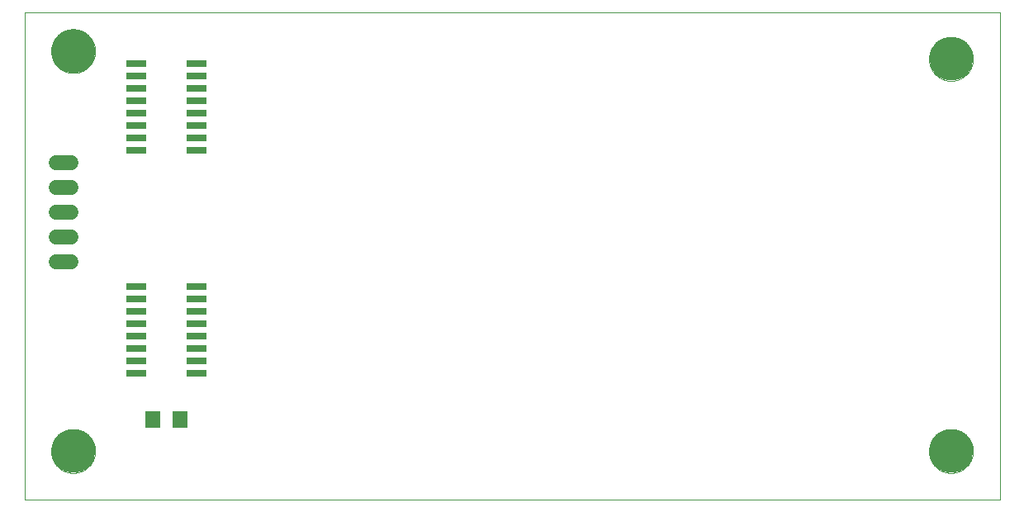
<source format=gbs>
G75*
%MOIN*%
%OFA0B0*%
%FSLAX25Y25*%
%IPPOS*%
%LPD*%
%AMOC8*
5,1,8,0,0,1.08239X$1,22.5*
%
%ADD10C,0.00000*%
%ADD11C,0.17717*%
%ADD12R,0.06299X0.07087*%
%ADD13R,0.08000X0.02600*%
%ADD14C,0.06000*%
D10*
X0001000Y0001000D02*
X0001000Y0197850D01*
X0394701Y0197850D01*
X0394701Y0001000D01*
X0001000Y0001000D01*
X0011827Y0020685D02*
X0011830Y0020902D01*
X0011838Y0021120D01*
X0011851Y0021337D01*
X0011870Y0021553D01*
X0011894Y0021769D01*
X0011923Y0021985D01*
X0011957Y0022199D01*
X0011997Y0022413D01*
X0012042Y0022626D01*
X0012092Y0022837D01*
X0012148Y0023048D01*
X0012208Y0023256D01*
X0012274Y0023464D01*
X0012345Y0023669D01*
X0012421Y0023873D01*
X0012501Y0024075D01*
X0012587Y0024275D01*
X0012677Y0024472D01*
X0012773Y0024668D01*
X0012873Y0024861D01*
X0012978Y0025051D01*
X0013087Y0025239D01*
X0013201Y0025424D01*
X0013320Y0025606D01*
X0013443Y0025786D01*
X0013570Y0025962D01*
X0013702Y0026135D01*
X0013838Y0026304D01*
X0013978Y0026471D01*
X0014122Y0026634D01*
X0014270Y0026793D01*
X0014421Y0026949D01*
X0014577Y0027100D01*
X0014736Y0027248D01*
X0014899Y0027392D01*
X0015066Y0027532D01*
X0015235Y0027668D01*
X0015408Y0027800D01*
X0015584Y0027927D01*
X0015764Y0028050D01*
X0015946Y0028169D01*
X0016131Y0028283D01*
X0016319Y0028392D01*
X0016509Y0028497D01*
X0016702Y0028597D01*
X0016898Y0028693D01*
X0017095Y0028783D01*
X0017295Y0028869D01*
X0017497Y0028949D01*
X0017701Y0029025D01*
X0017906Y0029096D01*
X0018114Y0029162D01*
X0018322Y0029222D01*
X0018533Y0029278D01*
X0018744Y0029328D01*
X0018957Y0029373D01*
X0019171Y0029413D01*
X0019385Y0029447D01*
X0019601Y0029476D01*
X0019817Y0029500D01*
X0020033Y0029519D01*
X0020250Y0029532D01*
X0020468Y0029540D01*
X0020685Y0029543D01*
X0020902Y0029540D01*
X0021120Y0029532D01*
X0021337Y0029519D01*
X0021553Y0029500D01*
X0021769Y0029476D01*
X0021985Y0029447D01*
X0022199Y0029413D01*
X0022413Y0029373D01*
X0022626Y0029328D01*
X0022837Y0029278D01*
X0023048Y0029222D01*
X0023256Y0029162D01*
X0023464Y0029096D01*
X0023669Y0029025D01*
X0023873Y0028949D01*
X0024075Y0028869D01*
X0024275Y0028783D01*
X0024472Y0028693D01*
X0024668Y0028597D01*
X0024861Y0028497D01*
X0025051Y0028392D01*
X0025239Y0028283D01*
X0025424Y0028169D01*
X0025606Y0028050D01*
X0025786Y0027927D01*
X0025962Y0027800D01*
X0026135Y0027668D01*
X0026304Y0027532D01*
X0026471Y0027392D01*
X0026634Y0027248D01*
X0026793Y0027100D01*
X0026949Y0026949D01*
X0027100Y0026793D01*
X0027248Y0026634D01*
X0027392Y0026471D01*
X0027532Y0026304D01*
X0027668Y0026135D01*
X0027800Y0025962D01*
X0027927Y0025786D01*
X0028050Y0025606D01*
X0028169Y0025424D01*
X0028283Y0025239D01*
X0028392Y0025051D01*
X0028497Y0024861D01*
X0028597Y0024668D01*
X0028693Y0024472D01*
X0028783Y0024275D01*
X0028869Y0024075D01*
X0028949Y0023873D01*
X0029025Y0023669D01*
X0029096Y0023464D01*
X0029162Y0023256D01*
X0029222Y0023048D01*
X0029278Y0022837D01*
X0029328Y0022626D01*
X0029373Y0022413D01*
X0029413Y0022199D01*
X0029447Y0021985D01*
X0029476Y0021769D01*
X0029500Y0021553D01*
X0029519Y0021337D01*
X0029532Y0021120D01*
X0029540Y0020902D01*
X0029543Y0020685D01*
X0029540Y0020468D01*
X0029532Y0020250D01*
X0029519Y0020033D01*
X0029500Y0019817D01*
X0029476Y0019601D01*
X0029447Y0019385D01*
X0029413Y0019171D01*
X0029373Y0018957D01*
X0029328Y0018744D01*
X0029278Y0018533D01*
X0029222Y0018322D01*
X0029162Y0018114D01*
X0029096Y0017906D01*
X0029025Y0017701D01*
X0028949Y0017497D01*
X0028869Y0017295D01*
X0028783Y0017095D01*
X0028693Y0016898D01*
X0028597Y0016702D01*
X0028497Y0016509D01*
X0028392Y0016319D01*
X0028283Y0016131D01*
X0028169Y0015946D01*
X0028050Y0015764D01*
X0027927Y0015584D01*
X0027800Y0015408D01*
X0027668Y0015235D01*
X0027532Y0015066D01*
X0027392Y0014899D01*
X0027248Y0014736D01*
X0027100Y0014577D01*
X0026949Y0014421D01*
X0026793Y0014270D01*
X0026634Y0014122D01*
X0026471Y0013978D01*
X0026304Y0013838D01*
X0026135Y0013702D01*
X0025962Y0013570D01*
X0025786Y0013443D01*
X0025606Y0013320D01*
X0025424Y0013201D01*
X0025239Y0013087D01*
X0025051Y0012978D01*
X0024861Y0012873D01*
X0024668Y0012773D01*
X0024472Y0012677D01*
X0024275Y0012587D01*
X0024075Y0012501D01*
X0023873Y0012421D01*
X0023669Y0012345D01*
X0023464Y0012274D01*
X0023256Y0012208D01*
X0023048Y0012148D01*
X0022837Y0012092D01*
X0022626Y0012042D01*
X0022413Y0011997D01*
X0022199Y0011957D01*
X0021985Y0011923D01*
X0021769Y0011894D01*
X0021553Y0011870D01*
X0021337Y0011851D01*
X0021120Y0011838D01*
X0020902Y0011830D01*
X0020685Y0011827D01*
X0020468Y0011830D01*
X0020250Y0011838D01*
X0020033Y0011851D01*
X0019817Y0011870D01*
X0019601Y0011894D01*
X0019385Y0011923D01*
X0019171Y0011957D01*
X0018957Y0011997D01*
X0018744Y0012042D01*
X0018533Y0012092D01*
X0018322Y0012148D01*
X0018114Y0012208D01*
X0017906Y0012274D01*
X0017701Y0012345D01*
X0017497Y0012421D01*
X0017295Y0012501D01*
X0017095Y0012587D01*
X0016898Y0012677D01*
X0016702Y0012773D01*
X0016509Y0012873D01*
X0016319Y0012978D01*
X0016131Y0013087D01*
X0015946Y0013201D01*
X0015764Y0013320D01*
X0015584Y0013443D01*
X0015408Y0013570D01*
X0015235Y0013702D01*
X0015066Y0013838D01*
X0014899Y0013978D01*
X0014736Y0014122D01*
X0014577Y0014270D01*
X0014421Y0014421D01*
X0014270Y0014577D01*
X0014122Y0014736D01*
X0013978Y0014899D01*
X0013838Y0015066D01*
X0013702Y0015235D01*
X0013570Y0015408D01*
X0013443Y0015584D01*
X0013320Y0015764D01*
X0013201Y0015946D01*
X0013087Y0016131D01*
X0012978Y0016319D01*
X0012873Y0016509D01*
X0012773Y0016702D01*
X0012677Y0016898D01*
X0012587Y0017095D01*
X0012501Y0017295D01*
X0012421Y0017497D01*
X0012345Y0017701D01*
X0012274Y0017906D01*
X0012208Y0018114D01*
X0012148Y0018322D01*
X0012092Y0018533D01*
X0012042Y0018744D01*
X0011997Y0018957D01*
X0011957Y0019171D01*
X0011923Y0019385D01*
X0011894Y0019601D01*
X0011870Y0019817D01*
X0011851Y0020033D01*
X0011838Y0020250D01*
X0011830Y0020468D01*
X0011827Y0020685D01*
X0011827Y0182102D02*
X0011830Y0182319D01*
X0011838Y0182537D01*
X0011851Y0182754D01*
X0011870Y0182970D01*
X0011894Y0183186D01*
X0011923Y0183402D01*
X0011957Y0183616D01*
X0011997Y0183830D01*
X0012042Y0184043D01*
X0012092Y0184254D01*
X0012148Y0184465D01*
X0012208Y0184673D01*
X0012274Y0184881D01*
X0012345Y0185086D01*
X0012421Y0185290D01*
X0012501Y0185492D01*
X0012587Y0185692D01*
X0012677Y0185889D01*
X0012773Y0186085D01*
X0012873Y0186278D01*
X0012978Y0186468D01*
X0013087Y0186656D01*
X0013201Y0186841D01*
X0013320Y0187023D01*
X0013443Y0187203D01*
X0013570Y0187379D01*
X0013702Y0187552D01*
X0013838Y0187721D01*
X0013978Y0187888D01*
X0014122Y0188051D01*
X0014270Y0188210D01*
X0014421Y0188366D01*
X0014577Y0188517D01*
X0014736Y0188665D01*
X0014899Y0188809D01*
X0015066Y0188949D01*
X0015235Y0189085D01*
X0015408Y0189217D01*
X0015584Y0189344D01*
X0015764Y0189467D01*
X0015946Y0189586D01*
X0016131Y0189700D01*
X0016319Y0189809D01*
X0016509Y0189914D01*
X0016702Y0190014D01*
X0016898Y0190110D01*
X0017095Y0190200D01*
X0017295Y0190286D01*
X0017497Y0190366D01*
X0017701Y0190442D01*
X0017906Y0190513D01*
X0018114Y0190579D01*
X0018322Y0190639D01*
X0018533Y0190695D01*
X0018744Y0190745D01*
X0018957Y0190790D01*
X0019171Y0190830D01*
X0019385Y0190864D01*
X0019601Y0190893D01*
X0019817Y0190917D01*
X0020033Y0190936D01*
X0020250Y0190949D01*
X0020468Y0190957D01*
X0020685Y0190960D01*
X0020902Y0190957D01*
X0021120Y0190949D01*
X0021337Y0190936D01*
X0021553Y0190917D01*
X0021769Y0190893D01*
X0021985Y0190864D01*
X0022199Y0190830D01*
X0022413Y0190790D01*
X0022626Y0190745D01*
X0022837Y0190695D01*
X0023048Y0190639D01*
X0023256Y0190579D01*
X0023464Y0190513D01*
X0023669Y0190442D01*
X0023873Y0190366D01*
X0024075Y0190286D01*
X0024275Y0190200D01*
X0024472Y0190110D01*
X0024668Y0190014D01*
X0024861Y0189914D01*
X0025051Y0189809D01*
X0025239Y0189700D01*
X0025424Y0189586D01*
X0025606Y0189467D01*
X0025786Y0189344D01*
X0025962Y0189217D01*
X0026135Y0189085D01*
X0026304Y0188949D01*
X0026471Y0188809D01*
X0026634Y0188665D01*
X0026793Y0188517D01*
X0026949Y0188366D01*
X0027100Y0188210D01*
X0027248Y0188051D01*
X0027392Y0187888D01*
X0027532Y0187721D01*
X0027668Y0187552D01*
X0027800Y0187379D01*
X0027927Y0187203D01*
X0028050Y0187023D01*
X0028169Y0186841D01*
X0028283Y0186656D01*
X0028392Y0186468D01*
X0028497Y0186278D01*
X0028597Y0186085D01*
X0028693Y0185889D01*
X0028783Y0185692D01*
X0028869Y0185492D01*
X0028949Y0185290D01*
X0029025Y0185086D01*
X0029096Y0184881D01*
X0029162Y0184673D01*
X0029222Y0184465D01*
X0029278Y0184254D01*
X0029328Y0184043D01*
X0029373Y0183830D01*
X0029413Y0183616D01*
X0029447Y0183402D01*
X0029476Y0183186D01*
X0029500Y0182970D01*
X0029519Y0182754D01*
X0029532Y0182537D01*
X0029540Y0182319D01*
X0029543Y0182102D01*
X0029540Y0181885D01*
X0029532Y0181667D01*
X0029519Y0181450D01*
X0029500Y0181234D01*
X0029476Y0181018D01*
X0029447Y0180802D01*
X0029413Y0180588D01*
X0029373Y0180374D01*
X0029328Y0180161D01*
X0029278Y0179950D01*
X0029222Y0179739D01*
X0029162Y0179531D01*
X0029096Y0179323D01*
X0029025Y0179118D01*
X0028949Y0178914D01*
X0028869Y0178712D01*
X0028783Y0178512D01*
X0028693Y0178315D01*
X0028597Y0178119D01*
X0028497Y0177926D01*
X0028392Y0177736D01*
X0028283Y0177548D01*
X0028169Y0177363D01*
X0028050Y0177181D01*
X0027927Y0177001D01*
X0027800Y0176825D01*
X0027668Y0176652D01*
X0027532Y0176483D01*
X0027392Y0176316D01*
X0027248Y0176153D01*
X0027100Y0175994D01*
X0026949Y0175838D01*
X0026793Y0175687D01*
X0026634Y0175539D01*
X0026471Y0175395D01*
X0026304Y0175255D01*
X0026135Y0175119D01*
X0025962Y0174987D01*
X0025786Y0174860D01*
X0025606Y0174737D01*
X0025424Y0174618D01*
X0025239Y0174504D01*
X0025051Y0174395D01*
X0024861Y0174290D01*
X0024668Y0174190D01*
X0024472Y0174094D01*
X0024275Y0174004D01*
X0024075Y0173918D01*
X0023873Y0173838D01*
X0023669Y0173762D01*
X0023464Y0173691D01*
X0023256Y0173625D01*
X0023048Y0173565D01*
X0022837Y0173509D01*
X0022626Y0173459D01*
X0022413Y0173414D01*
X0022199Y0173374D01*
X0021985Y0173340D01*
X0021769Y0173311D01*
X0021553Y0173287D01*
X0021337Y0173268D01*
X0021120Y0173255D01*
X0020902Y0173247D01*
X0020685Y0173244D01*
X0020468Y0173247D01*
X0020250Y0173255D01*
X0020033Y0173268D01*
X0019817Y0173287D01*
X0019601Y0173311D01*
X0019385Y0173340D01*
X0019171Y0173374D01*
X0018957Y0173414D01*
X0018744Y0173459D01*
X0018533Y0173509D01*
X0018322Y0173565D01*
X0018114Y0173625D01*
X0017906Y0173691D01*
X0017701Y0173762D01*
X0017497Y0173838D01*
X0017295Y0173918D01*
X0017095Y0174004D01*
X0016898Y0174094D01*
X0016702Y0174190D01*
X0016509Y0174290D01*
X0016319Y0174395D01*
X0016131Y0174504D01*
X0015946Y0174618D01*
X0015764Y0174737D01*
X0015584Y0174860D01*
X0015408Y0174987D01*
X0015235Y0175119D01*
X0015066Y0175255D01*
X0014899Y0175395D01*
X0014736Y0175539D01*
X0014577Y0175687D01*
X0014421Y0175838D01*
X0014270Y0175994D01*
X0014122Y0176153D01*
X0013978Y0176316D01*
X0013838Y0176483D01*
X0013702Y0176652D01*
X0013570Y0176825D01*
X0013443Y0177001D01*
X0013320Y0177181D01*
X0013201Y0177363D01*
X0013087Y0177548D01*
X0012978Y0177736D01*
X0012873Y0177926D01*
X0012773Y0178119D01*
X0012677Y0178315D01*
X0012587Y0178512D01*
X0012501Y0178712D01*
X0012421Y0178914D01*
X0012345Y0179118D01*
X0012274Y0179323D01*
X0012208Y0179531D01*
X0012148Y0179739D01*
X0012092Y0179950D01*
X0012042Y0180161D01*
X0011997Y0180374D01*
X0011957Y0180588D01*
X0011923Y0180802D01*
X0011894Y0181018D01*
X0011870Y0181234D01*
X0011851Y0181450D01*
X0011838Y0181667D01*
X0011830Y0181885D01*
X0011827Y0182102D01*
X0366158Y0178953D02*
X0366161Y0179170D01*
X0366169Y0179388D01*
X0366182Y0179605D01*
X0366201Y0179821D01*
X0366225Y0180037D01*
X0366254Y0180253D01*
X0366288Y0180467D01*
X0366328Y0180681D01*
X0366373Y0180894D01*
X0366423Y0181105D01*
X0366479Y0181316D01*
X0366539Y0181524D01*
X0366605Y0181732D01*
X0366676Y0181937D01*
X0366752Y0182141D01*
X0366832Y0182343D01*
X0366918Y0182543D01*
X0367008Y0182740D01*
X0367104Y0182936D01*
X0367204Y0183129D01*
X0367309Y0183319D01*
X0367418Y0183507D01*
X0367532Y0183692D01*
X0367651Y0183874D01*
X0367774Y0184054D01*
X0367901Y0184230D01*
X0368033Y0184403D01*
X0368169Y0184572D01*
X0368309Y0184739D01*
X0368453Y0184902D01*
X0368601Y0185061D01*
X0368752Y0185217D01*
X0368908Y0185368D01*
X0369067Y0185516D01*
X0369230Y0185660D01*
X0369397Y0185800D01*
X0369566Y0185936D01*
X0369739Y0186068D01*
X0369915Y0186195D01*
X0370095Y0186318D01*
X0370277Y0186437D01*
X0370462Y0186551D01*
X0370650Y0186660D01*
X0370840Y0186765D01*
X0371033Y0186865D01*
X0371229Y0186961D01*
X0371426Y0187051D01*
X0371626Y0187137D01*
X0371828Y0187217D01*
X0372032Y0187293D01*
X0372237Y0187364D01*
X0372445Y0187430D01*
X0372653Y0187490D01*
X0372864Y0187546D01*
X0373075Y0187596D01*
X0373288Y0187641D01*
X0373502Y0187681D01*
X0373716Y0187715D01*
X0373932Y0187744D01*
X0374148Y0187768D01*
X0374364Y0187787D01*
X0374581Y0187800D01*
X0374799Y0187808D01*
X0375016Y0187811D01*
X0375233Y0187808D01*
X0375451Y0187800D01*
X0375668Y0187787D01*
X0375884Y0187768D01*
X0376100Y0187744D01*
X0376316Y0187715D01*
X0376530Y0187681D01*
X0376744Y0187641D01*
X0376957Y0187596D01*
X0377168Y0187546D01*
X0377379Y0187490D01*
X0377587Y0187430D01*
X0377795Y0187364D01*
X0378000Y0187293D01*
X0378204Y0187217D01*
X0378406Y0187137D01*
X0378606Y0187051D01*
X0378803Y0186961D01*
X0378999Y0186865D01*
X0379192Y0186765D01*
X0379382Y0186660D01*
X0379570Y0186551D01*
X0379755Y0186437D01*
X0379937Y0186318D01*
X0380117Y0186195D01*
X0380293Y0186068D01*
X0380466Y0185936D01*
X0380635Y0185800D01*
X0380802Y0185660D01*
X0380965Y0185516D01*
X0381124Y0185368D01*
X0381280Y0185217D01*
X0381431Y0185061D01*
X0381579Y0184902D01*
X0381723Y0184739D01*
X0381863Y0184572D01*
X0381999Y0184403D01*
X0382131Y0184230D01*
X0382258Y0184054D01*
X0382381Y0183874D01*
X0382500Y0183692D01*
X0382614Y0183507D01*
X0382723Y0183319D01*
X0382828Y0183129D01*
X0382928Y0182936D01*
X0383024Y0182740D01*
X0383114Y0182543D01*
X0383200Y0182343D01*
X0383280Y0182141D01*
X0383356Y0181937D01*
X0383427Y0181732D01*
X0383493Y0181524D01*
X0383553Y0181316D01*
X0383609Y0181105D01*
X0383659Y0180894D01*
X0383704Y0180681D01*
X0383744Y0180467D01*
X0383778Y0180253D01*
X0383807Y0180037D01*
X0383831Y0179821D01*
X0383850Y0179605D01*
X0383863Y0179388D01*
X0383871Y0179170D01*
X0383874Y0178953D01*
X0383871Y0178736D01*
X0383863Y0178518D01*
X0383850Y0178301D01*
X0383831Y0178085D01*
X0383807Y0177869D01*
X0383778Y0177653D01*
X0383744Y0177439D01*
X0383704Y0177225D01*
X0383659Y0177012D01*
X0383609Y0176801D01*
X0383553Y0176590D01*
X0383493Y0176382D01*
X0383427Y0176174D01*
X0383356Y0175969D01*
X0383280Y0175765D01*
X0383200Y0175563D01*
X0383114Y0175363D01*
X0383024Y0175166D01*
X0382928Y0174970D01*
X0382828Y0174777D01*
X0382723Y0174587D01*
X0382614Y0174399D01*
X0382500Y0174214D01*
X0382381Y0174032D01*
X0382258Y0173852D01*
X0382131Y0173676D01*
X0381999Y0173503D01*
X0381863Y0173334D01*
X0381723Y0173167D01*
X0381579Y0173004D01*
X0381431Y0172845D01*
X0381280Y0172689D01*
X0381124Y0172538D01*
X0380965Y0172390D01*
X0380802Y0172246D01*
X0380635Y0172106D01*
X0380466Y0171970D01*
X0380293Y0171838D01*
X0380117Y0171711D01*
X0379937Y0171588D01*
X0379755Y0171469D01*
X0379570Y0171355D01*
X0379382Y0171246D01*
X0379192Y0171141D01*
X0378999Y0171041D01*
X0378803Y0170945D01*
X0378606Y0170855D01*
X0378406Y0170769D01*
X0378204Y0170689D01*
X0378000Y0170613D01*
X0377795Y0170542D01*
X0377587Y0170476D01*
X0377379Y0170416D01*
X0377168Y0170360D01*
X0376957Y0170310D01*
X0376744Y0170265D01*
X0376530Y0170225D01*
X0376316Y0170191D01*
X0376100Y0170162D01*
X0375884Y0170138D01*
X0375668Y0170119D01*
X0375451Y0170106D01*
X0375233Y0170098D01*
X0375016Y0170095D01*
X0374799Y0170098D01*
X0374581Y0170106D01*
X0374364Y0170119D01*
X0374148Y0170138D01*
X0373932Y0170162D01*
X0373716Y0170191D01*
X0373502Y0170225D01*
X0373288Y0170265D01*
X0373075Y0170310D01*
X0372864Y0170360D01*
X0372653Y0170416D01*
X0372445Y0170476D01*
X0372237Y0170542D01*
X0372032Y0170613D01*
X0371828Y0170689D01*
X0371626Y0170769D01*
X0371426Y0170855D01*
X0371229Y0170945D01*
X0371033Y0171041D01*
X0370840Y0171141D01*
X0370650Y0171246D01*
X0370462Y0171355D01*
X0370277Y0171469D01*
X0370095Y0171588D01*
X0369915Y0171711D01*
X0369739Y0171838D01*
X0369566Y0171970D01*
X0369397Y0172106D01*
X0369230Y0172246D01*
X0369067Y0172390D01*
X0368908Y0172538D01*
X0368752Y0172689D01*
X0368601Y0172845D01*
X0368453Y0173004D01*
X0368309Y0173167D01*
X0368169Y0173334D01*
X0368033Y0173503D01*
X0367901Y0173676D01*
X0367774Y0173852D01*
X0367651Y0174032D01*
X0367532Y0174214D01*
X0367418Y0174399D01*
X0367309Y0174587D01*
X0367204Y0174777D01*
X0367104Y0174970D01*
X0367008Y0175166D01*
X0366918Y0175363D01*
X0366832Y0175563D01*
X0366752Y0175765D01*
X0366676Y0175969D01*
X0366605Y0176174D01*
X0366539Y0176382D01*
X0366479Y0176590D01*
X0366423Y0176801D01*
X0366373Y0177012D01*
X0366328Y0177225D01*
X0366288Y0177439D01*
X0366254Y0177653D01*
X0366225Y0177869D01*
X0366201Y0178085D01*
X0366182Y0178301D01*
X0366169Y0178518D01*
X0366161Y0178736D01*
X0366158Y0178953D01*
X0366158Y0020685D02*
X0366161Y0020902D01*
X0366169Y0021120D01*
X0366182Y0021337D01*
X0366201Y0021553D01*
X0366225Y0021769D01*
X0366254Y0021985D01*
X0366288Y0022199D01*
X0366328Y0022413D01*
X0366373Y0022626D01*
X0366423Y0022837D01*
X0366479Y0023048D01*
X0366539Y0023256D01*
X0366605Y0023464D01*
X0366676Y0023669D01*
X0366752Y0023873D01*
X0366832Y0024075D01*
X0366918Y0024275D01*
X0367008Y0024472D01*
X0367104Y0024668D01*
X0367204Y0024861D01*
X0367309Y0025051D01*
X0367418Y0025239D01*
X0367532Y0025424D01*
X0367651Y0025606D01*
X0367774Y0025786D01*
X0367901Y0025962D01*
X0368033Y0026135D01*
X0368169Y0026304D01*
X0368309Y0026471D01*
X0368453Y0026634D01*
X0368601Y0026793D01*
X0368752Y0026949D01*
X0368908Y0027100D01*
X0369067Y0027248D01*
X0369230Y0027392D01*
X0369397Y0027532D01*
X0369566Y0027668D01*
X0369739Y0027800D01*
X0369915Y0027927D01*
X0370095Y0028050D01*
X0370277Y0028169D01*
X0370462Y0028283D01*
X0370650Y0028392D01*
X0370840Y0028497D01*
X0371033Y0028597D01*
X0371229Y0028693D01*
X0371426Y0028783D01*
X0371626Y0028869D01*
X0371828Y0028949D01*
X0372032Y0029025D01*
X0372237Y0029096D01*
X0372445Y0029162D01*
X0372653Y0029222D01*
X0372864Y0029278D01*
X0373075Y0029328D01*
X0373288Y0029373D01*
X0373502Y0029413D01*
X0373716Y0029447D01*
X0373932Y0029476D01*
X0374148Y0029500D01*
X0374364Y0029519D01*
X0374581Y0029532D01*
X0374799Y0029540D01*
X0375016Y0029543D01*
X0375233Y0029540D01*
X0375451Y0029532D01*
X0375668Y0029519D01*
X0375884Y0029500D01*
X0376100Y0029476D01*
X0376316Y0029447D01*
X0376530Y0029413D01*
X0376744Y0029373D01*
X0376957Y0029328D01*
X0377168Y0029278D01*
X0377379Y0029222D01*
X0377587Y0029162D01*
X0377795Y0029096D01*
X0378000Y0029025D01*
X0378204Y0028949D01*
X0378406Y0028869D01*
X0378606Y0028783D01*
X0378803Y0028693D01*
X0378999Y0028597D01*
X0379192Y0028497D01*
X0379382Y0028392D01*
X0379570Y0028283D01*
X0379755Y0028169D01*
X0379937Y0028050D01*
X0380117Y0027927D01*
X0380293Y0027800D01*
X0380466Y0027668D01*
X0380635Y0027532D01*
X0380802Y0027392D01*
X0380965Y0027248D01*
X0381124Y0027100D01*
X0381280Y0026949D01*
X0381431Y0026793D01*
X0381579Y0026634D01*
X0381723Y0026471D01*
X0381863Y0026304D01*
X0381999Y0026135D01*
X0382131Y0025962D01*
X0382258Y0025786D01*
X0382381Y0025606D01*
X0382500Y0025424D01*
X0382614Y0025239D01*
X0382723Y0025051D01*
X0382828Y0024861D01*
X0382928Y0024668D01*
X0383024Y0024472D01*
X0383114Y0024275D01*
X0383200Y0024075D01*
X0383280Y0023873D01*
X0383356Y0023669D01*
X0383427Y0023464D01*
X0383493Y0023256D01*
X0383553Y0023048D01*
X0383609Y0022837D01*
X0383659Y0022626D01*
X0383704Y0022413D01*
X0383744Y0022199D01*
X0383778Y0021985D01*
X0383807Y0021769D01*
X0383831Y0021553D01*
X0383850Y0021337D01*
X0383863Y0021120D01*
X0383871Y0020902D01*
X0383874Y0020685D01*
X0383871Y0020468D01*
X0383863Y0020250D01*
X0383850Y0020033D01*
X0383831Y0019817D01*
X0383807Y0019601D01*
X0383778Y0019385D01*
X0383744Y0019171D01*
X0383704Y0018957D01*
X0383659Y0018744D01*
X0383609Y0018533D01*
X0383553Y0018322D01*
X0383493Y0018114D01*
X0383427Y0017906D01*
X0383356Y0017701D01*
X0383280Y0017497D01*
X0383200Y0017295D01*
X0383114Y0017095D01*
X0383024Y0016898D01*
X0382928Y0016702D01*
X0382828Y0016509D01*
X0382723Y0016319D01*
X0382614Y0016131D01*
X0382500Y0015946D01*
X0382381Y0015764D01*
X0382258Y0015584D01*
X0382131Y0015408D01*
X0381999Y0015235D01*
X0381863Y0015066D01*
X0381723Y0014899D01*
X0381579Y0014736D01*
X0381431Y0014577D01*
X0381280Y0014421D01*
X0381124Y0014270D01*
X0380965Y0014122D01*
X0380802Y0013978D01*
X0380635Y0013838D01*
X0380466Y0013702D01*
X0380293Y0013570D01*
X0380117Y0013443D01*
X0379937Y0013320D01*
X0379755Y0013201D01*
X0379570Y0013087D01*
X0379382Y0012978D01*
X0379192Y0012873D01*
X0378999Y0012773D01*
X0378803Y0012677D01*
X0378606Y0012587D01*
X0378406Y0012501D01*
X0378204Y0012421D01*
X0378000Y0012345D01*
X0377795Y0012274D01*
X0377587Y0012208D01*
X0377379Y0012148D01*
X0377168Y0012092D01*
X0376957Y0012042D01*
X0376744Y0011997D01*
X0376530Y0011957D01*
X0376316Y0011923D01*
X0376100Y0011894D01*
X0375884Y0011870D01*
X0375668Y0011851D01*
X0375451Y0011838D01*
X0375233Y0011830D01*
X0375016Y0011827D01*
X0374799Y0011830D01*
X0374581Y0011838D01*
X0374364Y0011851D01*
X0374148Y0011870D01*
X0373932Y0011894D01*
X0373716Y0011923D01*
X0373502Y0011957D01*
X0373288Y0011997D01*
X0373075Y0012042D01*
X0372864Y0012092D01*
X0372653Y0012148D01*
X0372445Y0012208D01*
X0372237Y0012274D01*
X0372032Y0012345D01*
X0371828Y0012421D01*
X0371626Y0012501D01*
X0371426Y0012587D01*
X0371229Y0012677D01*
X0371033Y0012773D01*
X0370840Y0012873D01*
X0370650Y0012978D01*
X0370462Y0013087D01*
X0370277Y0013201D01*
X0370095Y0013320D01*
X0369915Y0013443D01*
X0369739Y0013570D01*
X0369566Y0013702D01*
X0369397Y0013838D01*
X0369230Y0013978D01*
X0369067Y0014122D01*
X0368908Y0014270D01*
X0368752Y0014421D01*
X0368601Y0014577D01*
X0368453Y0014736D01*
X0368309Y0014899D01*
X0368169Y0015066D01*
X0368033Y0015235D01*
X0367901Y0015408D01*
X0367774Y0015584D01*
X0367651Y0015764D01*
X0367532Y0015946D01*
X0367418Y0016131D01*
X0367309Y0016319D01*
X0367204Y0016509D01*
X0367104Y0016702D01*
X0367008Y0016898D01*
X0366918Y0017095D01*
X0366832Y0017295D01*
X0366752Y0017497D01*
X0366676Y0017701D01*
X0366605Y0017906D01*
X0366539Y0018114D01*
X0366479Y0018322D01*
X0366423Y0018533D01*
X0366373Y0018744D01*
X0366328Y0018957D01*
X0366288Y0019171D01*
X0366254Y0019385D01*
X0366225Y0019601D01*
X0366201Y0019817D01*
X0366182Y0020033D01*
X0366169Y0020250D01*
X0366161Y0020468D01*
X0366158Y0020685D01*
D11*
X0375016Y0020685D03*
X0375016Y0178953D03*
X0020685Y0182102D03*
X0020685Y0020685D03*
D12*
X0052890Y0033362D03*
X0063913Y0033362D03*
D13*
X0070502Y0052161D03*
X0070502Y0057161D03*
X0070502Y0062161D03*
X0070502Y0067161D03*
X0070502Y0072161D03*
X0070502Y0077161D03*
X0070502Y0082161D03*
X0070502Y0087161D03*
X0046302Y0087161D03*
X0046302Y0082161D03*
X0046302Y0077161D03*
X0046302Y0072161D03*
X0046302Y0067161D03*
X0046302Y0062161D03*
X0046302Y0057161D03*
X0046302Y0052161D03*
X0046302Y0141965D03*
X0046302Y0146965D03*
X0046302Y0151965D03*
X0046302Y0156965D03*
X0046302Y0161965D03*
X0046302Y0166965D03*
X0046302Y0171965D03*
X0046302Y0176965D03*
X0070502Y0176965D03*
X0070502Y0171965D03*
X0070502Y0166965D03*
X0070502Y0161965D03*
X0070502Y0156965D03*
X0070502Y0151965D03*
X0070502Y0146965D03*
X0070502Y0141965D03*
D14*
X0019906Y0137063D02*
X0013906Y0137063D01*
X0013906Y0127063D02*
X0019906Y0127063D01*
X0019906Y0117063D02*
X0013906Y0117063D01*
X0013906Y0107063D02*
X0019906Y0107063D01*
X0019906Y0097063D02*
X0013906Y0097063D01*
M02*

</source>
